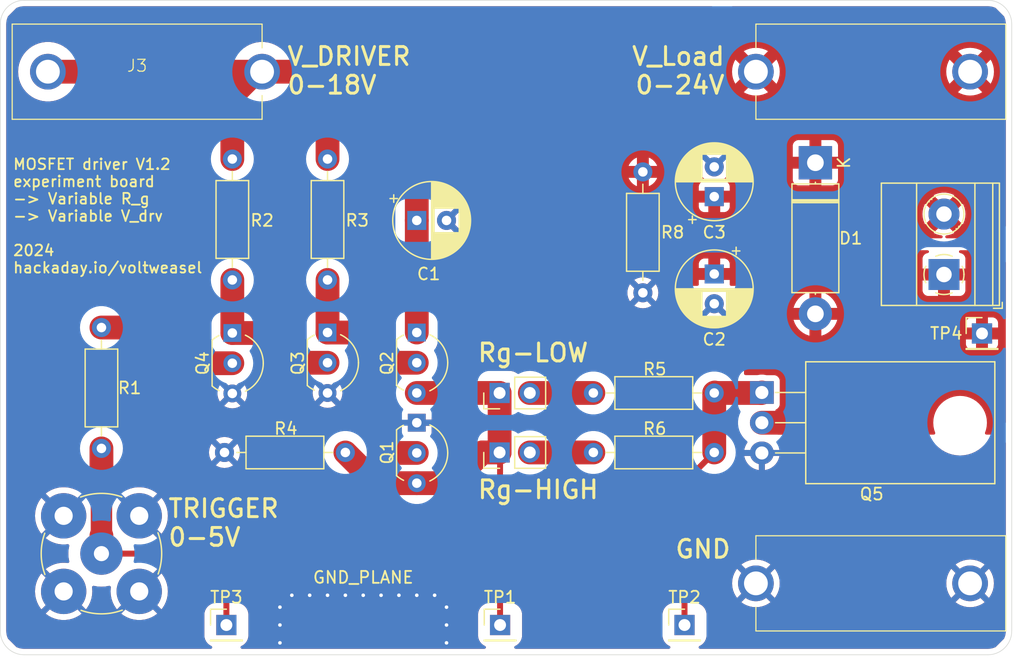
<source format=kicad_pcb>
(kicad_pcb
	(version 20240108)
	(generator "pcbnew")
	(generator_version "8.0")
	(general
		(thickness 1.6)
		(legacy_teardrops no)
	)
	(paper "A4")
	(layers
		(0 "F.Cu" signal)
		(31 "B.Cu" signal)
		(32 "B.Adhes" user "B.Adhesive")
		(33 "F.Adhes" user "F.Adhesive")
		(34 "B.Paste" user)
		(35 "F.Paste" user)
		(36 "B.SilkS" user "B.Silkscreen")
		(37 "F.SilkS" user "F.Silkscreen")
		(38 "B.Mask" user)
		(39 "F.Mask" user)
		(40 "Dwgs.User" user "User.Drawings")
		(41 "Cmts.User" user "User.Comments")
		(42 "Eco1.User" user "User.Eco1")
		(43 "Eco2.User" user "User.Eco2")
		(44 "Edge.Cuts" user)
		(45 "Margin" user)
		(46 "B.CrtYd" user "B.Courtyard")
		(47 "F.CrtYd" user "F.Courtyard")
		(48 "B.Fab" user)
		(49 "F.Fab" user)
		(50 "User.1" user)
		(51 "User.2" user)
		(52 "User.3" user)
		(53 "User.4" user)
		(54 "User.5" user)
		(55 "User.6" user)
		(56 "User.7" user)
		(57 "User.8" user)
		(58 "User.9" user)
	)
	(setup
		(pad_to_mask_clearance 0)
		(allow_soldermask_bridges_in_footprints no)
		(pcbplotparams
			(layerselection 0x00010fc_ffffffff)
			(plot_on_all_layers_selection 0x0000000_00000000)
			(disableapertmacros no)
			(usegerberextensions no)
			(usegerberattributes yes)
			(usegerberadvancedattributes yes)
			(creategerberjobfile yes)
			(dashed_line_dash_ratio 12.000000)
			(dashed_line_gap_ratio 3.000000)
			(svgprecision 4)
			(plotframeref no)
			(viasonmask no)
			(mode 1)
			(useauxorigin no)
			(hpglpennumber 1)
			(hpglpenspeed 20)
			(hpglpendiameter 15.000000)
			(pdf_front_fp_property_popups yes)
			(pdf_back_fp_property_popups yes)
			(dxfpolygonmode yes)
			(dxfimperialunits yes)
			(dxfusepcbnewfont yes)
			(psnegative no)
			(psa4output no)
			(plotreference yes)
			(plotvalue yes)
			(plotfptext yes)
			(plotinvisibletext no)
			(sketchpadsonfab no)
			(subtractmaskfromsilk no)
			(outputformat 1)
			(mirror no)
			(drillshape 1)
			(scaleselection 1)
			(outputdirectory "")
		)
	)
	(net 0 "")
	(net 1 "GND")
	(net 2 "Net-(J3-Pin_1)")
	(net 3 "Net-(J4-In)")
	(net 4 "Net-(JP1-A)")
	(net 5 "Net-(JP1-B)")
	(net 6 "Net-(JP2-B)")
	(net 7 "Net-(Q1-B)")
	(net 8 "Net-(Q3-B)")
	(net 9 "Net-(Q4-B)")
	(net 10 "Net-(Q5-G)")
	(net 11 "Net-(D1-K)")
	(net 12 "Net-(D1-A)")
	(footprint "Capacitor_THT:CP_Radial_D6.3mm_P2.50mm" (layer "F.Cu") (at 187 85.5 90))
	(footprint "Resistor_THT:R_Axial_DIN0207_L6.3mm_D2.5mm_P10.16mm_Horizontal" (layer "F.Cu") (at 181 93.58 90))
	(footprint "Package_TO_SOT_THT:TO-92L_Inline_Wide" (layer "F.Cu") (at 154.5 96.92 -90))
	(footprint "Library:Connector_banana" (layer "F.Cu") (at 201 75 180))
	(footprint "Connector_PinHeader_2.54mm:PinHeader_1x02_P2.54mm_Vertical" (layer "F.Cu") (at 168.96 102 90))
	(footprint "Capacitor_THT:CP_Radial_D6.3mm_P2.50mm" (layer "F.Cu") (at 187 92 -90))
	(footprint "Connector_PinHeader_2.54mm:PinHeader_1x01_P2.54mm_Vertical" (layer "F.Cu") (at 169 121.5))
	(footprint "Package_TO_SOT_THT:TO-92L_Inline_Wide" (layer "F.Cu") (at 146.5 96.96 -90))
	(footprint "Connector_PinHeader_2.54mm:PinHeader_1x02_P2.54mm_Vertical" (layer "F.Cu") (at 168.96 107 90))
	(footprint "Resistor_THT:R_Axial_DIN0207_L6.3mm_D2.5mm_P10.16mm_Horizontal" (layer "F.Cu") (at 176.84 102))
	(footprint "Connector_PinHeader_2.54mm:PinHeader_1x01_P2.54mm_Vertical" (layer "F.Cu") (at 209.5 97))
	(footprint "Connector_Coaxial:BNC_TEConnectivity_1478204_Vertical" (layer "F.Cu") (at 135.5 115.5))
	(footprint "Capacitor_THT:CP_Radial_D6.3mm_P2.50mm" (layer "F.Cu") (at 162 87.5))
	(footprint "Library:Connector_banana" (layer "F.Cu") (at 138.5 75))
	(footprint "Package_TO_SOT_THT:TO-220-3_Horizontal_TabDown" (layer "F.Cu") (at 191 101.96 -90))
	(footprint "Package_TO_SOT_THT:TO-92L_Inline_Wide" (layer "F.Cu") (at 162 104.5 -90))
	(footprint "TerminalBlock_Phoenix:TerminalBlock_Phoenix_MKDS-1,5-2-5.08_1x02_P5.08mm_Horizontal" (layer "F.Cu") (at 206.305 92.045 90))
	(footprint "Resistor_THT:R_Axial_DIN0207_L6.3mm_D2.5mm_P10.16mm_Horizontal" (layer "F.Cu") (at 176.84 107))
	(footprint "Connector_PinHeader_2.54mm:PinHeader_1x01_P2.54mm_Vertical" (layer "F.Cu") (at 184.5 121.5))
	(footprint "Connector_PinHeader_2.54mm:PinHeader_1x01_P2.54mm_Vertical" (layer "F.Cu") (at 146 121.5))
	(footprint "Resistor_THT:R_Axial_DIN0207_L6.3mm_D2.5mm_P10.16mm_Horizontal" (layer "F.Cu") (at 146.5 92.5 90))
	(footprint "Package_TO_SOT_THT:TO-92L_Inline_Wide" (layer "F.Cu") (at 162 96.92 -90))
	(footprint "Resistor_THT:R_Axial_DIN0207_L6.3mm_D2.5mm_P10.16mm_Horizontal"
		(layer "F.Cu")
		(uuid "d25795b3-51b6-4f4f-a719-4bb14ea75756")
		(at 145.84 107)
		(descr "Resistor, Axial_DIN0207 series, Axial, Horizontal, pin pitch=10.16mm, 0.25W = 1/4W, length*diameter=6.3*2.5mm^2, http://cdn-reichelt.de/documents/datenblatt/B400/1_4W%23YAG.pdf")
		(tags "Resistor Axial_DIN0207 series Axial Horizontal pin pitch 10.16mm 0.25W = 1/4W length 6.3mm diameter 2.5mm")
		(property "Reference" "R4"
			(at 5.16 -2 0)
			(layer "F.SilkS")
			(uuid "3e61b420-10f1-489c-8c14-c106a4c4fa91")
			(effects
				(font
					(size 1 1)
					(thickness 0.15)
				)
			)
		)
		(property "Value" "4k7"
			(at 5.08 2.37 0)
			(layer "F.Fab")
			(uuid "38050355-bb91-4300-a666-208691f694e3")
			(effects
				(font
					(size 1 1)
					(thickness 0.15)
				)
			)
		)
		(property "Footprint" "Resistor_THT:R_Axial_DIN0207_L6.3mm_D2.5mm_P10.16mm_Horizontal"
			(at 0 0 0)
			(unlocked yes)
			(layer "F.Fab")
			(hide yes)
			(uuid "ff1e3669-3507-4431-8a27-944363241b38")
			(effects
				(font
					(size 1.27 1.27)
					(thickness 0.15)
				)
			)
		)
		(property "Datasheet" ""
			(at 0 0 0)
			(unlocked yes)
			(layer "F.Fab")
			(hide yes)
			(uuid "e815d0dc-a0bc-410f-9ba5-73d58d59894b")
			(effects
				(font
					(size 1.27 1.27)
					(thickness 0.15)
				)
			)
		)
		(property "Description" "Resistor"
			(at 0 0 0)
			(unlocked yes)
			(layer "F.Fab")
			(hide yes)
			(uuid "381c1ef2-666e-4f3e-9499-01ca79bc20da")
			(effects
				(font
					(size 1.27 1.27)
					(thickness 0.15)
				)
			)
		)
		(property ki_fp_filters "R_*")
		(path "/8cafcf77-b5ef-4b07-84a5-3b5ce2277642")
		(sheetname "Root")
		(sheetfile "DriverBoard.kicad_sch")
		(attr through_hole)
		(fp_line
			(start 1.04 0)
			(end 1.81 0)
			(stroke
				(width 0.12)
				(type solid)
			)
			(layer "F.SilkS")
			(uuid "2993f929-b91a-4317-b56f-8afa8341e797")
		)
		(fp_line
			(start 1.81 -1.37)
			(end 1.81 1.37)
			(stroke
				(width 0.12)
				(type solid)
			)
			(layer "F.SilkS")
			(uuid "cf42f5d6-ca18-4a54-87a1-a3beb162d4d9")
		)
		(fp_line
			(start 1.81 1.37)
			(end 8.35 1.37)
			(stroke
				(width 0.12)
				(type solid)
			)
			(layer "F.SilkS")
			(uuid "fd3d0854-6641-4bd8-9cbb-174f47c8d348")
		)
		(fp_line
			(start 8.35 -1.37)
			(end 1.81 -1.37)
			(stroke
				(width 0.12)
				(type solid)
			)
			(layer "F.SilkS")
			(uuid "4e87bc97-d1be-45ac-893d-d525f74fb034")
		)
		(fp_line
			(start 8.35 1.37)
			(end 8.35 -1.37)
			(stroke
				(width 0.12)
				(type solid)
			)
			(layer "F.SilkS")
			(uuid "9e611176-5ba6-4784-b62b-d2854e7627e4")
		)
		(fp_line
			(start 9.12 0)
			(end 8.35 0)
			(stroke
				(width 0.12)
				(type solid)
			)
			(layer "F.SilkS")
			(uuid "be1a4c0f-2cee-49ce-8829-b114a44695bd")
		)
		(fp_line
			(start -1.05 -1.5)
			(end -1.05 1.5)
			(stroke
				(width 0.05)
				(type solid)
			)
			(layer "F.CrtYd")
			(uuid "24e2f2b3-58eb-4f92-9239-4629e5bc1eab")
		)
		(fp_line
			(start -1.05 1.5)
			(end 11.21 1.5)
			(stroke
				(width 0.05)
				(type solid)
			)
			(layer "F.CrtYd")
			(uuid "38865a2f-759d-4d57-b377-8ad3648b1bcd")
		)
		(fp_line
			(start 11.21 -1.5)
			(end -1.05 -1.5)
			(stroke
				(width 0.05)
				(type solid)
			)
			(layer "F.CrtYd")
			(uuid "6dfb43b3-cb1b-4c46-8496-26e50ddeec29")
		)
		(fp_line
			(start 11.21 1.5)
			(end 11.21 -1.5)
			(stroke
				(width 0.05)
				(type solid)
			)
			(layer "F.CrtYd")
			(uuid "4fa9349e-cfcc-40e1-8578-542b189a0fd9")
		)
		(fp_line
			(start 0 0)
			(end 1.93 0)
			(stroke
				(width 0.1)
				(type solid)
			)
			(layer "F.Fab")
			(uuid "2e75d360-5195-489c-a225-000ed3ac0d66")
		)
		(fp_line
			(start 1.93 -1.25)
			(end 1.93 1.25)
			(stroke
				(width 0.1)
				(type solid)
			)
			(layer "F.Fab")
			(uuid "6ad11eb6-26f6-46dd-bedf-97d3b2f7944e")
		)
		(fp_line
			(start 1.93 1.25)
			(end 8.23 1.25)
			(stroke
				(width 0.1)
				(type solid)
			)
			(layer "F.Fab")
			(uuid "d7abd9ac-9e88-4608-b1ed-358ee99bb284")
		)
		(fp_line
			(start 8.23 -1.25)
			(end 1.93 -1.25)
			(stroke
				(width 0.1)
				(type solid)
			)
			(layer "F.Fab")
			(uuid "b24faf4e-8cbf-439c-9b05-53b277a0cda7")
		)
		(fp_line
			(start 8.23 1.25)
			(end 8.23 -1.25)
			(stroke
				(width 0.1)
				(type solid)
			)
			(layer "F.Fab")
			(uuid "5b38495b-66e8-4031-818d-69fd89cd1cfb")
		)
		(fp_line
			(start 10.16 0)
			(end 8.23 0)
			(stroke
				(width 0.1)
				(type solid)
			)
			(layer "F.Fab")
			(uuid "e42fc796-55c3-4f58-b8df-2c300b4a2122")
		)
		(fp_text user "${REFERENCE}"
			(at 5.08 0 0)
			(layer "F.Fab")
			(uuid "ccd8c052-08cf-4c25-96bd-578ebca68bd8")
			(effects
				(font
					(size 1 1)
					(thickness 0.15)
				)
			)
		)
		(pad "1" thru_hole circle
			(at 0 0)
			(size 1.6 1.6)
			(drill 0.8)
			(layers "*.Cu" "*.Mask")
			(remove_unused_layers no)
			(net 1 "GND")
			(pintype "passive")
			(uuid "17eb6391-c68f-46ca-8791-1725d98f8149")
		)
		(pad "2" thru_hole oval
			(at 10.16 0)
			(size 1.6 1.6)
			(drill 0.8)
			(layers "*.Cu" "*.Mask")
			(remove_unused_layers no)
			(net 4 "Net-(JP1-A)")
			(pintype "passive")
			(uuid "9ac53f0b-85bc-45d7-b989-bf506a30ca28")
		)
		(model "${KICAD8_3DMODEL_DIR}/Resistor_THT.3dshapes/R_Axial_DIN0207_L6.3mm_D2.5mm_P10.16mm_Horizon
... [249141 chars truncated]
</source>
